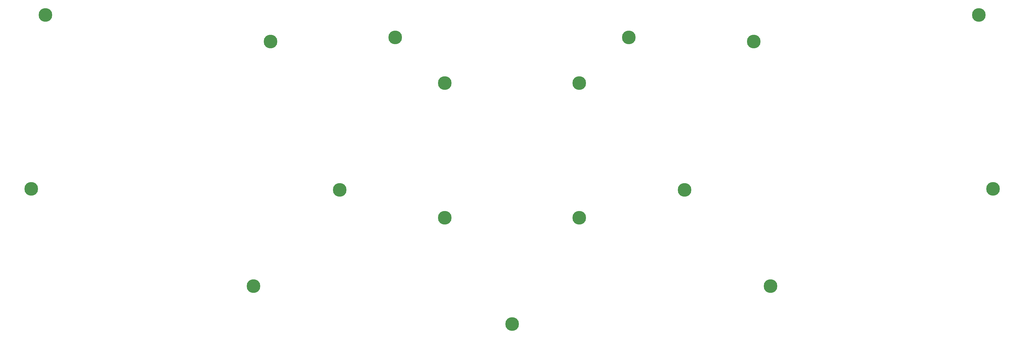
<source format=gbr>
%TF.GenerationSoftware,KiCad,Pcbnew,8.0.1*%
%TF.CreationDate,2024-05-01T11:59:45+09:00*%
%TF.ProjectId,top_plate,746f705f-706c-4617-9465-2e6b69636164,v1.0.0*%
%TF.SameCoordinates,Original*%
%TF.FileFunction,Soldermask,Bot*%
%TF.FilePolarity,Negative*%
%FSLAX46Y46*%
G04 Gerber Fmt 4.6, Leading zero omitted, Abs format (unit mm)*
G04 Created by KiCad (PCBNEW 8.0.1) date 2024-05-01 11:59:45*
%MOMM*%
%LPD*%
G01*
G04 APERTURE LIST*
%ADD10C,0.800000*%
%ADD11C,4.500000*%
G04 APERTURE END LIST*
D10*
%TO.C,_1*%
X229078031Y-94432502D03*
D11*
X227911305Y-93265776D03*
D10*
X227911305Y-94915776D03*
X229078031Y-92099050D03*
X226261305Y-93265776D03*
X226744579Y-92099050D03*
X226744579Y-94432502D03*
X229561305Y-93265776D03*
X227911305Y-91615776D03*
%TD*%
%TO.C,_2*%
X184948031Y-94432502D03*
D11*
X183781305Y-93265776D03*
D10*
X183781305Y-94915776D03*
X184948031Y-92099050D03*
X182131305Y-93265776D03*
X182614579Y-92099050D03*
X182614579Y-94432502D03*
X185431305Y-93265776D03*
X183781305Y-91615776D03*
%TD*%
%TO.C,_3*%
X229078031Y-138562502D03*
D11*
X227911305Y-137395776D03*
D10*
X227911305Y-139045776D03*
X229078031Y-136229050D03*
X226261305Y-137395776D03*
X226744579Y-136229050D03*
X226744579Y-138562502D03*
X229561305Y-137395776D03*
X227911305Y-135745776D03*
%TD*%
%TO.C,_4*%
X184948031Y-138562502D03*
D11*
X183781305Y-137395776D03*
D10*
X183781305Y-139045776D03*
X184948031Y-136229050D03*
X182131305Y-137395776D03*
X182614579Y-136229050D03*
X182614579Y-138562502D03*
X185431305Y-137395776D03*
X183781305Y-135745776D03*
%TD*%
%TO.C,_5*%
X53445824Y-72376087D03*
D11*
X52748504Y-70880679D03*
D10*
X52184171Y-72431172D03*
X54243912Y-70183359D03*
X51198011Y-70316346D03*
X52051184Y-69385271D03*
X51253096Y-71577999D03*
X54298997Y-71445012D03*
X53312837Y-69330186D03*
%TD*%
%TO.C,_6*%
X48828272Y-129475295D03*
D11*
X48130952Y-127979887D03*
D10*
X47566619Y-129530380D03*
X49626360Y-127282567D03*
X46580459Y-127415554D03*
X47433632Y-126484479D03*
X46635544Y-128677207D03*
X49681445Y-128544220D03*
X48695285Y-126429394D03*
%TD*%
%TO.C,_7*%
X127317007Y-81070880D03*
D11*
X126619687Y-79575472D03*
D10*
X126055354Y-81125965D03*
X128115095Y-78878152D03*
X125069194Y-79011139D03*
X125922367Y-78080064D03*
X125124279Y-80272792D03*
X128170180Y-80139805D03*
X127184020Y-78024979D03*
%TD*%
%TO.C,_8*%
X168224033Y-79784317D03*
D11*
X167526713Y-78288909D03*
D10*
X166962380Y-79839402D03*
X169022121Y-77591589D03*
X165976220Y-77724576D03*
X166829393Y-76793501D03*
X166031305Y-78986229D03*
X169077206Y-78853242D03*
X168091046Y-76738416D03*
%TD*%
%TO.C,_9*%
X150011460Y-129822949D03*
D11*
X149314140Y-128327541D03*
D10*
X148749807Y-129878034D03*
X150809548Y-127630221D03*
X147763647Y-127763208D03*
X148616820Y-126832133D03*
X147818732Y-129024861D03*
X150864633Y-128891874D03*
X149878473Y-126777048D03*
%TD*%
%TO.C,_10*%
X120907754Y-161516254D03*
D11*
X121051561Y-159872533D03*
D10*
X119787588Y-160933133D03*
X122695282Y-160016340D03*
X119990961Y-158608560D03*
X121195368Y-158228812D03*
X119407840Y-159728726D03*
X122112161Y-161136506D03*
X122315534Y-158811933D03*
%TD*%
%TO.C,_11*%
X360439513Y-71577999D03*
D11*
X358944105Y-70880679D03*
D10*
X359508438Y-72431172D03*
X359641425Y-69385271D03*
X357393612Y-71445012D03*
X357448697Y-70183359D03*
X358246785Y-72376087D03*
X360494598Y-70316346D03*
X358379772Y-69330186D03*
%TD*%
%TO.C,_12*%
X365057065Y-128677207D03*
D11*
X363561657Y-127979887D03*
D10*
X364125990Y-129530380D03*
X364258977Y-126484479D03*
X362011164Y-128544220D03*
X362066249Y-127282567D03*
X362864337Y-129475295D03*
X365112150Y-127415554D03*
X362997324Y-126429394D03*
%TD*%
%TO.C,_13*%
X286568330Y-80272792D03*
D11*
X285072922Y-79575472D03*
D10*
X285637255Y-81125965D03*
X285770242Y-78080064D03*
X283522429Y-80139805D03*
X283577514Y-78878152D03*
X284375602Y-81070880D03*
X286623415Y-79011139D03*
X284508589Y-78024979D03*
%TD*%
%TO.C,_14*%
X245661304Y-78986229D03*
D11*
X244165896Y-78288909D03*
D10*
X244730229Y-79839402D03*
X244863216Y-76793501D03*
X242615403Y-78853242D03*
X242670488Y-77591589D03*
X243468576Y-79784317D03*
X245716389Y-77724576D03*
X243601563Y-76738416D03*
%TD*%
%TO.C,_15*%
X263873877Y-129024861D03*
D11*
X262378469Y-128327541D03*
D10*
X262942802Y-129878034D03*
X263075789Y-126832133D03*
X260827976Y-128891874D03*
X260883061Y-127630221D03*
X261681149Y-129822949D03*
X263928962Y-127763208D03*
X261814136Y-126777048D03*
%TD*%
%TO.C,_16*%
X292284769Y-159728726D03*
D11*
X290641048Y-159872533D03*
D10*
X291905021Y-160933133D03*
X290497241Y-158228812D03*
X289580448Y-161136506D03*
X288997327Y-160016340D03*
X290784855Y-161516254D03*
X291701648Y-158608560D03*
X289377075Y-158811933D03*
%TD*%
%TO.C,_17*%
X207013031Y-173497502D03*
D11*
X205846305Y-172330776D03*
D10*
X205846305Y-173980776D03*
X207013031Y-171164050D03*
X204196305Y-172330776D03*
X204679579Y-171164050D03*
X204679579Y-173497502D03*
X207496305Y-172330776D03*
X205846305Y-170680776D03*
%TD*%
M02*

</source>
